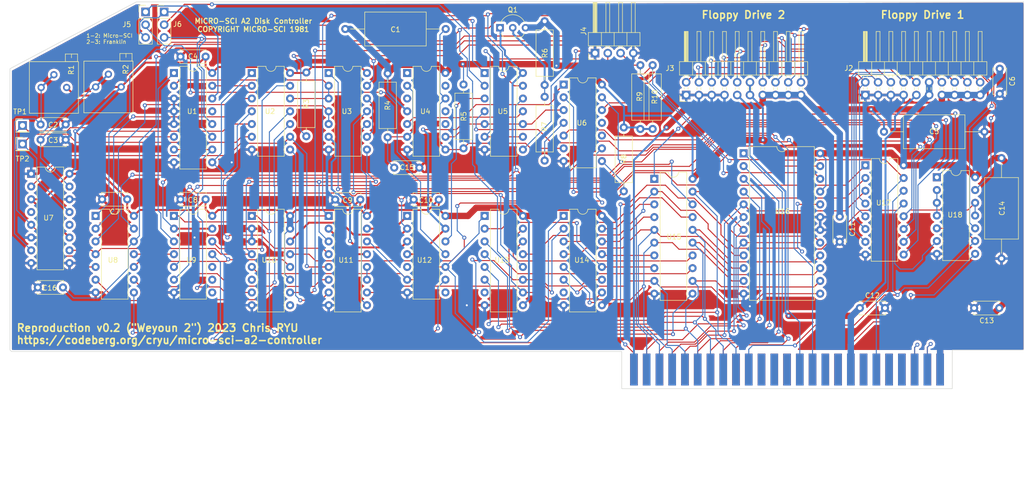
<source format=kicad_pcb>
(kicad_pcb (version 20221018) (generator pcbnew)

  (general
    (thickness 1.6)
  )

  (paper "A4")
  (layers
    (0 "F.Cu" signal)
    (31 "B.Cu" signal)
    (32 "B.Adhes" user "B.Adhesive")
    (33 "F.Adhes" user "F.Adhesive")
    (34 "B.Paste" user)
    (35 "F.Paste" user)
    (36 "B.SilkS" user "B.Silkscreen")
    (37 "F.SilkS" user "F.Silkscreen")
    (38 "B.Mask" user)
    (39 "F.Mask" user)
    (40 "Dwgs.User" user "User.Drawings")
    (41 "Cmts.User" user "User.Comments")
    (42 "Eco1.User" user "User.Eco1")
    (43 "Eco2.User" user "User.Eco2")
    (44 "Edge.Cuts" user)
    (45 "Margin" user)
    (46 "B.CrtYd" user "B.Courtyard")
    (47 "F.CrtYd" user "F.Courtyard")
    (48 "B.Fab" user)
    (49 "F.Fab" user)
    (50 "User.1" user)
    (51 "User.2" user)
    (52 "User.3" user)
    (53 "User.4" user)
    (54 "User.5" user)
    (55 "User.6" user)
    (56 "User.7" user)
    (57 "User.8" user)
    (58 "User.9" user)
  )

  (setup
    (stackup
      (layer "F.SilkS" (type "Top Silk Screen"))
      (layer "F.Paste" (type "Top Solder Paste"))
      (layer "F.Mask" (type "Top Solder Mask") (thickness 0.01))
      (layer "F.Cu" (type "copper") (thickness 0.035))
      (layer "dielectric 1" (type "core") (thickness 1.51) (material "FR4") (epsilon_r 4.5) (loss_tangent 0.02))
      (layer "B.Cu" (type "copper") (thickness 0.035))
      (layer "B.Mask" (type "Bottom Solder Mask") (thickness 0.01))
      (layer "B.Paste" (type "Bottom Solder Paste"))
      (layer "B.SilkS" (type "Bottom Silk Screen"))
      (copper_finish "None")
      (dielectric_constraints no)
    )
    (pad_to_mask_clearance 0)
    (pcbplotparams
      (layerselection 0x00010fc_ffffffff)
      (plot_on_all_layers_selection 0x0000000_00000000)
      (disableapertmacros false)
      (usegerberextensions false)
      (usegerberattributes true)
      (usegerberadvancedattributes true)
      (creategerberjobfile true)
      (dashed_line_dash_ratio 12.000000)
      (dashed_line_gap_ratio 3.000000)
      (svgprecision 4)
      (plotframeref false)
      (viasonmask false)
      (mode 1)
      (useauxorigin false)
      (hpglpennumber 1)
      (hpglpenspeed 20)
      (hpglpendiameter 15.000000)
      (dxfpolygonmode true)
      (dxfimperialunits true)
      (dxfusepcbnewfont true)
      (psnegative false)
      (psa4output false)
      (plotreference true)
      (plotvalue true)
      (plotinvisibletext false)
      (sketchpadsonfab false)
      (subtractmaskfromsilk false)
      (outputformat 1)
      (mirror false)
      (drillshape 1)
      (scaleselection 1)
      (outputdirectory "")
    )
  )

  (net 0 "")
  (net 1 "+5V")
  (net 2 "Net-(U4B-THR)")
  (net 3 "Net-(U7B-RCext)")
  (net 4 "GND")
  (net 5 "Net-(U7A-RCext)")
  (net 6 "Net-(J1-~{DMAIN})")
  (net 7 "Net-(J1-~{INTIN})")
  (net 8 "unconnected-(J1-~{DMA}-Pad22)")
  (net 9 "unconnected-(J1-~{RDY}-Pad21)")
  (net 10 "unconnected-(J1-~{IOSTRB}-Pad20)")
  (net 11 "unconnected-(J1-SYNC-Pad19)")
  (net 12 "R{slash}~{W}")
  (net 13 "unconnected-(J1-A15-Pad17)")
  (net 14 "unconnected-(J1-A14-Pad16)")
  (net 15 "unconnected-(J1-A13-Pad15)")
  (net 16 "unconnected-(J1-A12-Pad14)")
  (net 17 "unconnected-(J1-A11-Pad13)")
  (net 18 "unconnected-(J1-A10-Pad12)")
  (net 19 "unconnected-(J1-A9-Pad11)")
  (net 20 "unconnected-(J1-A8-Pad10)")
  (net 21 "A7")
  (net 22 "A6")
  (net 23 "A5")
  (net 24 "A4")
  (net 25 "A3")
  (net 26 "A2")
  (net 27 "A1")
  (net 28 "A0")
  (net 29 "~{IOSEL}")
  (net 30 "unconnected-(J1-~{NMI}-Pad29)")
  (net 31 "unconnected-(J1-~{IRQ}-Pad30)")
  (net 32 "~{RESET}")
  (net 33 "unconnected-(J1-~{INH}-Pad32)")
  (net 34 "-12V")
  (net 35 "-5V")
  (net 36 "unconnected-(J1-COLORREF{slash}M2B0-Pad35)")
  (net 37 "7M")
  (net 38 "Q3")
  (net 39 "unconnected-(J1-PHI1-Pad38)")
  (net 40 "unconnected-(J1-USER1{slash}SYNC{slash}M2SEL-Pad39)")
  (net 41 "unconnected-(J1-PHI0-Pad40)")
  (net 42 "~{DEVSEL}")
  (net 43 "D7")
  (net 44 "D6")
  (net 45 "D5")
  (net 46 "D4")
  (net 47 "D3")
  (net 48 "D2")
  (net 49 "D1")
  (net 50 "D0")
  (net 51 "+12V")
  (net 52 "PH0")
  (net 53 "PH1")
  (net 54 "PH2")
  (net 55 "PH3")
  (net 56 "~{WREQ}")
  (net 57 "~{EN.A}")
  (net 58 "RD")
  (net 59 "WR")
  (net 60 "PWM")
  (net 61 "~{EN.B}")
  (net 62 "Net-(J4-Pin_2)")
  (net 63 "Net-(J4-Pin_3)")
  (net 64 "Net-(U4A-THR)")
  (net 65 "Net-(R7-Pad1)")
  (net 66 "Net-(U1-~{MR})")
  (net 67 "Net-(U1-CEP)")
  (net 68 "Net-(J5-Pin_1)")
  (net 69 "Net-(J5-Pin_3)")
  (net 70 "unconnected-(U1-Q1-Pad13)")
  (net 71 "Net-(U1-TC)")
  (net 72 "Net-(U2-Pad3)")
  (net 73 "Net-(U11-D1)")
  (net 74 "CLOCK_0")
  (net 75 "CLOCK_1")
  (net 76 "S_CLK")
  (net 77 "Net-(U2-Pad10)")
  (net 78 "Net-(U12B-Q)")
  (net 79 "Net-(U2-Pad13)")
  (net 80 "Net-(U3-Pad4)")
  (net 81 "Net-(U3-Pad12)")
  (net 82 "Net-(U11-Cp)")
  (net 83 "unconnected-(U4A-DIS-Pad1)")
  (net 84 "unconnected-(U4A-CV-Pad3)")
  (net 85 "Net-(U4A-Q)")
  (net 86 "unconnected-(U4B-R-Pad10)")
  (net 87 "unconnected-(U4B-CV-Pad11)")
  (net 88 "unconnected-(U4B-DIS-Pad13)")
  (net 89 "DRVSEL")
  (net 90 "RW1")
  (net 91 "ENABLE")
  (net 92 "unconnected-(U6-Pad10)")
  (net 93 "unconnected-(U6-Pad11)")
  (net 94 "WRITE")
  (net 95 "unconnected-(U7A-~{Q}-Pad4)")
  (net 96 "unconnected-(U7B-~{Q}-Pad12)")
  (net 97 "DATA_CLK")
  (net 98 "Net-(U8-Pad11)")
  (net 99 "LATCH_D7")
  (net 100 "unconnected-(U9-Pad8)")
  (net 101 "unconnected-(U9-Pad9)")
  (net 102 "unconnected-(U9-Pad10)")
  (net 103 "DATA_RST")
  (net 104 "unconnected-(U10A-Q-Pad6)")
  (net 105 "unconnected-(U10B-~{Q}-Pad9)")
  (net 106 "Net-(U11-D4)")
  (net 107 "Net-(U10B-~{K})")
  (net 108 "Net-(U11-D3)")
  (net 109 "unconnected-(U12A-Q-Pad5)")
  (net 110 "unconnected-(U12B-~{Q}-Pad8)")
  (net 111 "LATCH_D3")
  (net 112 "unconnected-(U13-Dsl-Pad7)")
  (net 113 "LATCH_D6")
  (net 114 "LATCH_D5")
  (net 115 "LATCH_D4")
  (net 116 "unconnected-(U14-Dsl-Pad7)")
  (net 117 "LATCH_D2")
  (net 118 "LATCH_D1")
  (net 119 "LATCH_D0")
  (net 120 "Net-(U15-OE)")
  (net 121 "Net-(U18-Pad2)")
  (net 122 "+5C")
  (net 123 "Net-(Q1-B)")
  (net 124 "Net-(J6-Pin_2)")
  (net 125 "Net-(J6-Pin_3)")
  (net 126 "SDATA")
  (net 127 "~{TCNT}")
  (net 128 "~{RDSTS}")
  (net 129 "~{WRITE}")
  (net 130 "SR7")
  (net 131 "RDSTB")
  (net 132 "SS_DATA")
  (net 133 "BR_DATA")
  (net 134 "~{FF_RST}")
  (net 135 "GO")
  (net 136 "U12B_CLK")
  (net 137 "BQ3")
  (net 138 "~{WRT_CLK}")
  (net 139 "U12A_CLK")
  (net 140 "WRT_LD")
  (net 141 "~{SHFTCLK}")

  (footprint "Package_DIP:DIP-16_W7.62mm" (layer "F.Cu") (at 93.65 103.61))

  (footprint "Capacitor_THT:C_Axial_L12.0mm_D6.5mm_P20.00mm_Horizontal" (layer "F.Cu") (at 219.5 86.85))

  (footprint "Capacitor_THT:C_Disc_D5.0mm_W2.5mm_P5.00mm" (layer "F.Cu") (at 51.6 88.45))

  (footprint "Capacitor_THT:C_Disc_D5.0mm_W2.5mm_P5.00mm" (layer "F.Cu") (at 210.7 103.75 -90))

  (footprint "Resistor_THT:R_Axial_DIN0309_L9.0mm_D3.2mm_P12.70mm_Horizontal" (layer "F.Cu") (at 151.95 92.6 90))

  (footprint "Package_DIP:DIP-16_W7.62mm" (layer "F.Cu") (at 108.95 103.61))

  (footprint "Capacitor_THT:C_Disc_D5.0mm_W2.5mm_P5.00mm" (layer "F.Cu") (at 115.25 100.35 180))

  (footprint "Capacitor_THT:C_Disc_D5.0mm_W2.5mm_P5.00mm" (layer "F.Cu") (at 56.05 117.85 180))

  (footprint "Capacitor_THT:C_Disc_D5.0mm_W2.5mm_P5.00mm" (layer "F.Cu") (at 214.7 121.95))

  (footprint "Connector_PinHeader_2.54mm:PinHeader_1x03_P2.54mm_Vertical" (layer "F.Cu") (at 72.5 63))

  (footprint "Resistor_THT:R_Axial_DIN0309_L9.0mm_D3.2mm_P12.70mm_Horizontal" (layer "F.Cu") (at 173.45 86.3 90))

  (footprint "Capacitor_THT:C_Axial_L12.0mm_D6.5mm_P20.00mm_Horizontal" (layer "F.Cu") (at 112.25 66.4))

  (footprint "Capacitor_THT:C_Disc_D5.0mm_W2.5mm_P5.00mm" (layer "F.Cu") (at 84.45 100.3 180))

  (footprint "Package_TO_SOT_THT:TO-92_Inline_Wide" (layer "F.Cu") (at 143.06 66.15))

  (footprint "Package_DIP:DIP-14_W7.62mm" (layer "F.Cu") (at 108.95 75.16))

  (footprint "Potentiometer_THT:Potentiometer_Bourns_3299P_Horizontal" (layer "F.Cu") (at 67.64 77.94 -90))

  (footprint "Capacitor_THT:C_Disc_D5.0mm_W2.5mm_P5.00mm" (layer "F.Cu") (at 68.85 100.3 180))

  (footprint "Resistor_THT:R_Axial_DIN0309_L9.0mm_D3.2mm_P12.70mm_Horizontal" (layer "F.Cu") (at 151.95 64.85 -90))

  (footprint "Resistor_THT:R_Axial_DIN0309_L9.0mm_D3.2mm_P12.70mm_Horizontal" (layer "F.Cu") (at 135.8 77.45 -90))

  (footprint "Capacitor_THT:C_Disc_D5.0mm_W2.5mm_P5.00mm" (layer "F.Cu") (at 130.88 100.35 180))

  (footprint "Package_DIP:DIP-14_W7.62mm" (layer "F.Cu") (at 124.58 75.16))

  (footprint "Resistor_THT:R_Axial_DIN0309_L9.0mm_D3.2mm_P12.70mm_Horizontal" (layer "F.Cu") (at 120.7 87.95 90))

  (footprint "Connector_PinHeader_2.54mm:PinHeader_1x03_P2.54mm_Vertical" (layer "F.Cu") (at 76.2 63))

  (footprint "Package_DIP:DIP-20_W7.62mm" (layer "F.Cu") (at 173.78 96.23))

  (footprint "apple2:Male_Card-Edge_50_pin__100_mil" (layer "F.Cu") (at 200.2 134.2))

  (footprint "Capacitor_THT:C_Disc_D5.0mm_W2.5mm_P5.00mm" (layer "F.Cu") (at 84.45 71.9 180))

  (footprint "Resistor_THT:R_Axial_DIN0309_L9.0mm_D3.2mm_P12.70mm_Horizontal" (layer "F.Cu") (at 167.7 86 -90))

  (footprint "Package_DIP:DIP-16_W7.62mm" (layer "F.Cu") (at 155.73 103.61))

  (footprint "Capacitor_THT:C_Disc_D5.0mm_W2.5mm_P5.00mm" (layer "F.Cu") (at 122 94))

  (footprint "Capacitor_THT:C_Disc_D5.0mm_W2.5mm_P5.00mm" (layer "F.Cu") (at 51.6 85.4))

  (footprint "Package_DIP:DIP-16_W7.62mm" (layer "F.Cu") (at 140 103.61))

  (footprint "Package_DIP:DIP-16_W7.62mm" (layer "F.Cu") (at 49.73 95.22))

  (footprint "Capacitor_THT:C_Axial_L12.0mm_D6.5mm_P20.00mm_Horizontal" (layer "F.Cu") (at 242.9 92.1 -90))

  (footprint "Package_DIP:DIP-24_W15.24mm" (layer "F.Cu") (at 191.56 91.15))

  (footprint "Potentiometer_THT:Potentiometer_Bourns_3299P_Horizontal" (layer "F.Cu") (at 56.79 78.04 -90))

  (footprint "Package_DIP:DIP-14_W7.62mm" (layer "F.Cu") (at 230.03 95.92))

  (footprint "Resistor_THT:R_Axial_DIN0309_L9.0mm_D3.2mm_P12.70mm_Horizontal" (layer "F.Cu") (at 104.5 75.05 -90))

  (footprint "Connector_PinHeader_2.54mm:PinHeader_1x01_P2.54mm_Vertical" (layer "F.Cu")
    (tstamp a37d841e-8246-477a-801a-d9b4afbfee3e)
    (at 48 89.3)
    (descr "Through hole straight pin header, 1x01, 2.54mm pitch, single row")
    (tags "Through hole pin header THT 1x01 2.54mm single row")
    (property "Sheetfile" "MicroSci Floppy Controller.kicad_sch")
    (property "Sheetname" "")
    (property "ki_description" "Generic connector, single row, 01x01, script generated (kicad-library-utils/schlib/autogen/connector/)")
    (property "ki_keywords" "connector")
    (path "/a32e58bf-cfaa-4eb5-878e-6ac8ca162660")
    (attr through_hole)
    (fp_text reference "TP2" (at 0 2.95) (layer "F.SilkS")
        (effects (font (size 1 1) (thickness 0.15)))
      (tstamp bf47242e-5b51-4415-98a6-67d4211d441f)
    )
    (fp_text value "U7/13 Test" (at 0 2.33) (layer "F.Fab")
        (effects (font (size 1 1) (thickness 0.15)))
      (tstamp f791f617-6529-4d75-b4a5-0c7f378d8c4f)
    )
    (fp_text user "${REFERENCE}" (at 0 0 90) (layer "F.Fab")
        (effects (font (size 1 1) (thickness 0.15)))
      (tstamp 726d19c7-04fe-486d-bf5c-7a51376189c1)
    )
    (fp_line (start -1.33 -1.33) (end 0 -1.33)
      (stroke (width 0.12) (type solid)) (layer "F.SilkS") (tstamp e8b11a9f-8672-4c0c-829d-125fa5ac8692))
    (fp_line (start -1.33 0) (end -1.33 -1.33)
      (stroke (width 0.12) (type solid)) (layer "F.SilkS") (tstamp 40c60ab4-55fa-49cd-a578-3588b9c6b459))
    (fp_line (start -1.33 1.27) (end -1.33 1.33)
      (stroke (width 0.12) (type solid)) (layer "F.SilkS") (tstamp 68f46132-1e85-4f7e-bc23-8622996f1e9a))
    (fp_line (start -1.33 1.27) (end 1.33 1.27)
      (strok
... [1403192 chars truncated]
</source>
